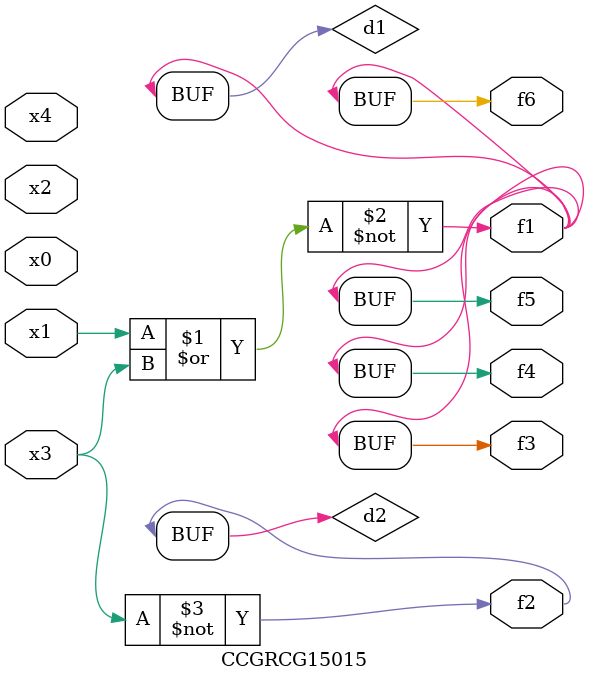
<source format=v>
module CCGRCG15015(
	input x0, x1, x2, x3, x4,
	output f1, f2, f3, f4, f5, f6
);

	wire d1, d2;

	nor (d1, x1, x3);
	not (d2, x3);
	assign f1 = d1;
	assign f2 = d2;
	assign f3 = d1;
	assign f4 = d1;
	assign f5 = d1;
	assign f6 = d1;
endmodule

</source>
